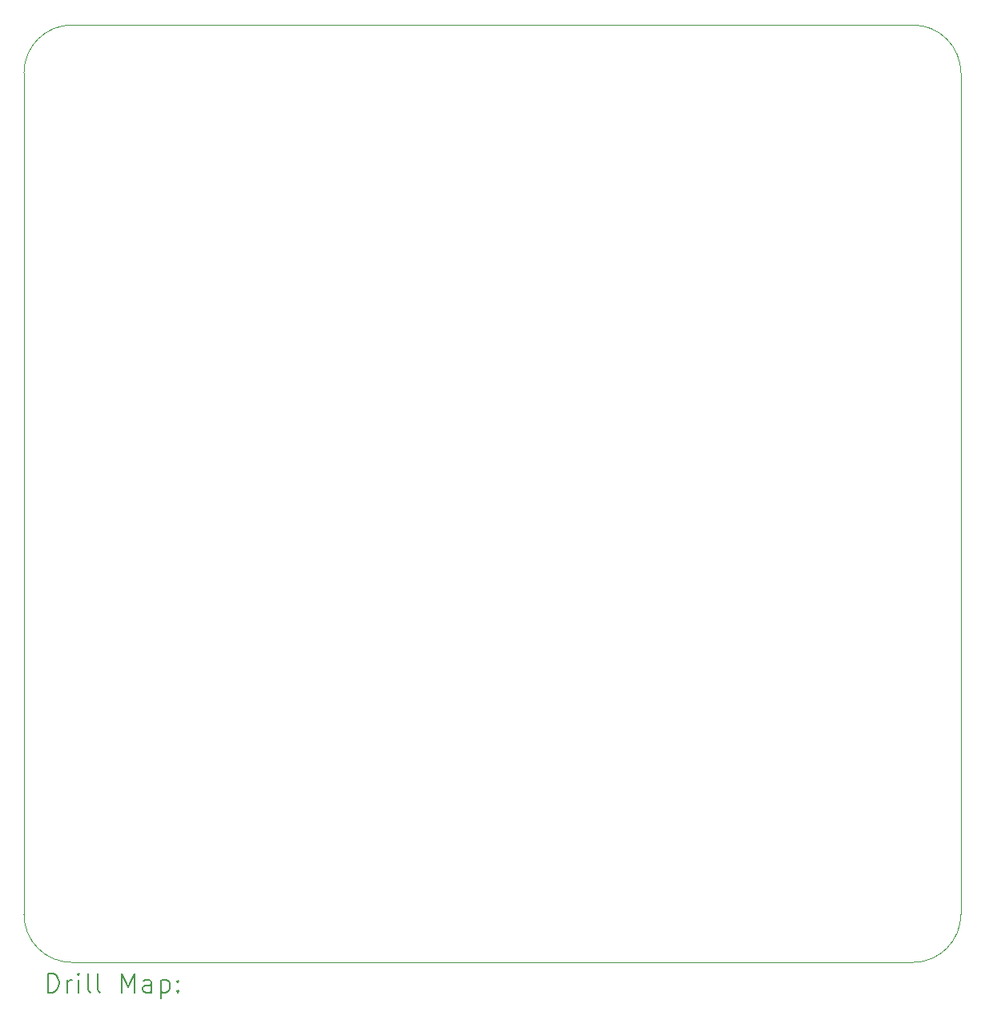
<source format=gbr>
%TF.GenerationSoftware,KiCad,Pcbnew,7.0.7*%
%TF.CreationDate,2023-10-18T16:14:40+03:00*%
%TF.ProjectId,pcb,7063622e-6b69-4636-9164-5f7063625858,rev?*%
%TF.SameCoordinates,Original*%
%TF.FileFunction,Drillmap*%
%TF.FilePolarity,Positive*%
%FSLAX45Y45*%
G04 Gerber Fmt 4.5, Leading zero omitted, Abs format (unit mm)*
G04 Created by KiCad (PCBNEW 7.0.7) date 2023-10-18 16:14:40*
%MOMM*%
%LPD*%
G01*
G04 APERTURE LIST*
%ADD10C,0.100000*%
%ADD11C,0.200000*%
G04 APERTURE END LIST*
D10*
X10160000Y-14478000D02*
X10160000Y-5588000D01*
X20066000Y-5588000D02*
G75*
G03*
X19558000Y-5080000I-508000J0D01*
G01*
X10160000Y-14478000D02*
G75*
G03*
X10668000Y-14986000I508000J0D01*
G01*
X19558000Y-14986000D02*
X10668000Y-14986000D01*
X10668000Y-5080000D02*
G75*
G03*
X10160000Y-5588000I0J-508000D01*
G01*
X10668000Y-5080000D02*
X19558000Y-5080000D01*
X19558000Y-14986000D02*
G75*
G03*
X20066000Y-14478000I0J508000D01*
G01*
X20066000Y-5588000D02*
X20066000Y-14478000D01*
D11*
X10415777Y-15302484D02*
X10415777Y-15102484D01*
X10415777Y-15102484D02*
X10463396Y-15102484D01*
X10463396Y-15102484D02*
X10491967Y-15112008D01*
X10491967Y-15112008D02*
X10511015Y-15131055D01*
X10511015Y-15131055D02*
X10520539Y-15150103D01*
X10520539Y-15150103D02*
X10530063Y-15188198D01*
X10530063Y-15188198D02*
X10530063Y-15216769D01*
X10530063Y-15216769D02*
X10520539Y-15254865D01*
X10520539Y-15254865D02*
X10511015Y-15273912D01*
X10511015Y-15273912D02*
X10491967Y-15292960D01*
X10491967Y-15292960D02*
X10463396Y-15302484D01*
X10463396Y-15302484D02*
X10415777Y-15302484D01*
X10615777Y-15302484D02*
X10615777Y-15169150D01*
X10615777Y-15207246D02*
X10625301Y-15188198D01*
X10625301Y-15188198D02*
X10634824Y-15178674D01*
X10634824Y-15178674D02*
X10653872Y-15169150D01*
X10653872Y-15169150D02*
X10672920Y-15169150D01*
X10739586Y-15302484D02*
X10739586Y-15169150D01*
X10739586Y-15102484D02*
X10730063Y-15112008D01*
X10730063Y-15112008D02*
X10739586Y-15121531D01*
X10739586Y-15121531D02*
X10749110Y-15112008D01*
X10749110Y-15112008D02*
X10739586Y-15102484D01*
X10739586Y-15102484D02*
X10739586Y-15121531D01*
X10863396Y-15302484D02*
X10844348Y-15292960D01*
X10844348Y-15292960D02*
X10834824Y-15273912D01*
X10834824Y-15273912D02*
X10834824Y-15102484D01*
X10968158Y-15302484D02*
X10949110Y-15292960D01*
X10949110Y-15292960D02*
X10939586Y-15273912D01*
X10939586Y-15273912D02*
X10939586Y-15102484D01*
X11196729Y-15302484D02*
X11196729Y-15102484D01*
X11196729Y-15102484D02*
X11263396Y-15245341D01*
X11263396Y-15245341D02*
X11330062Y-15102484D01*
X11330062Y-15102484D02*
X11330062Y-15302484D01*
X11511015Y-15302484D02*
X11511015Y-15197722D01*
X11511015Y-15197722D02*
X11501491Y-15178674D01*
X11501491Y-15178674D02*
X11482443Y-15169150D01*
X11482443Y-15169150D02*
X11444348Y-15169150D01*
X11444348Y-15169150D02*
X11425301Y-15178674D01*
X11511015Y-15292960D02*
X11491967Y-15302484D01*
X11491967Y-15302484D02*
X11444348Y-15302484D01*
X11444348Y-15302484D02*
X11425301Y-15292960D01*
X11425301Y-15292960D02*
X11415777Y-15273912D01*
X11415777Y-15273912D02*
X11415777Y-15254865D01*
X11415777Y-15254865D02*
X11425301Y-15235817D01*
X11425301Y-15235817D02*
X11444348Y-15226293D01*
X11444348Y-15226293D02*
X11491967Y-15226293D01*
X11491967Y-15226293D02*
X11511015Y-15216769D01*
X11606253Y-15169150D02*
X11606253Y-15369150D01*
X11606253Y-15178674D02*
X11625301Y-15169150D01*
X11625301Y-15169150D02*
X11663396Y-15169150D01*
X11663396Y-15169150D02*
X11682443Y-15178674D01*
X11682443Y-15178674D02*
X11691967Y-15188198D01*
X11691967Y-15188198D02*
X11701491Y-15207246D01*
X11701491Y-15207246D02*
X11701491Y-15264388D01*
X11701491Y-15264388D02*
X11691967Y-15283436D01*
X11691967Y-15283436D02*
X11682443Y-15292960D01*
X11682443Y-15292960D02*
X11663396Y-15302484D01*
X11663396Y-15302484D02*
X11625301Y-15302484D01*
X11625301Y-15302484D02*
X11606253Y-15292960D01*
X11787205Y-15283436D02*
X11796729Y-15292960D01*
X11796729Y-15292960D02*
X11787205Y-15302484D01*
X11787205Y-15302484D02*
X11777682Y-15292960D01*
X11777682Y-15292960D02*
X11787205Y-15283436D01*
X11787205Y-15283436D02*
X11787205Y-15302484D01*
X11787205Y-15178674D02*
X11796729Y-15188198D01*
X11796729Y-15188198D02*
X11787205Y-15197722D01*
X11787205Y-15197722D02*
X11777682Y-15188198D01*
X11777682Y-15188198D02*
X11787205Y-15178674D01*
X11787205Y-15178674D02*
X11787205Y-15197722D01*
M02*

</source>
